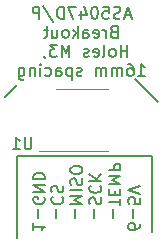
<source format=gbr>
%TF.GenerationSoftware,KiCad,Pcbnew,(5.99.0-9885-g7a8abcadd2)*%
%TF.CreationDate,2021-05-15T19:58:37-05:00*%
%TF.ProjectId,small as5047 encoder breakout,736d616c-6c20-4617-9335-30343720656e,rev?*%
%TF.SameCoordinates,Original*%
%TF.FileFunction,Legend,Bot*%
%TF.FilePolarity,Positive*%
%FSLAX46Y46*%
G04 Gerber Fmt 4.6, Leading zero omitted, Abs format (unit mm)*
G04 Created by KiCad (PCBNEW (5.99.0-9885-g7a8abcadd2)) date 2021-05-15 19:58:37*
%MOMM*%
%LPD*%
G01*
G04 APERTURE LIST*
%ADD10C,0.150000*%
%ADD11C,0.200000*%
%ADD12C,0.120000*%
G04 APERTURE END LIST*
D10*
X145000000Y-81500000D02*
X143000000Y-79500000D01*
X144500000Y-86000000D02*
X144500000Y-92500000D01*
X133000000Y-86000000D02*
X144500000Y-86000000D01*
X132000000Y-81000000D02*
X133000000Y-80000000D01*
X133000000Y-93000000D02*
X133000000Y-86000000D01*
D11*
X142642857Y-74126666D02*
X142166666Y-74126666D01*
X142738095Y-74412380D02*
X142404761Y-73412380D01*
X142071428Y-74412380D01*
X141785714Y-74364761D02*
X141642857Y-74412380D01*
X141404761Y-74412380D01*
X141309523Y-74364761D01*
X141261904Y-74317142D01*
X141214285Y-74221904D01*
X141214285Y-74126666D01*
X141261904Y-74031428D01*
X141309523Y-73983809D01*
X141404761Y-73936190D01*
X141595238Y-73888571D01*
X141690476Y-73840952D01*
X141738095Y-73793333D01*
X141785714Y-73698095D01*
X141785714Y-73602857D01*
X141738095Y-73507619D01*
X141690476Y-73460000D01*
X141595238Y-73412380D01*
X141357142Y-73412380D01*
X141214285Y-73460000D01*
X140309523Y-73412380D02*
X140785714Y-73412380D01*
X140833333Y-73888571D01*
X140785714Y-73840952D01*
X140690476Y-73793333D01*
X140452380Y-73793333D01*
X140357142Y-73840952D01*
X140309523Y-73888571D01*
X140261904Y-73983809D01*
X140261904Y-74221904D01*
X140309523Y-74317142D01*
X140357142Y-74364761D01*
X140452380Y-74412380D01*
X140690476Y-74412380D01*
X140785714Y-74364761D01*
X140833333Y-74317142D01*
X139642857Y-73412380D02*
X139547619Y-73412380D01*
X139452380Y-73460000D01*
X139404761Y-73507619D01*
X139357142Y-73602857D01*
X139309523Y-73793333D01*
X139309523Y-74031428D01*
X139357142Y-74221904D01*
X139404761Y-74317142D01*
X139452380Y-74364761D01*
X139547619Y-74412380D01*
X139642857Y-74412380D01*
X139738095Y-74364761D01*
X139785714Y-74317142D01*
X139833333Y-74221904D01*
X139880952Y-74031428D01*
X139880952Y-73793333D01*
X139833333Y-73602857D01*
X139785714Y-73507619D01*
X139738095Y-73460000D01*
X139642857Y-73412380D01*
X138452380Y-73745714D02*
X138452380Y-74412380D01*
X138690476Y-73364761D02*
X138928571Y-74079047D01*
X138309523Y-74079047D01*
X138023809Y-73412380D02*
X137357142Y-73412380D01*
X137785714Y-74412380D01*
X136976190Y-74412380D02*
X136976190Y-73412380D01*
X136738095Y-73412380D01*
X136595238Y-73460000D01*
X136500000Y-73555238D01*
X136452380Y-73650476D01*
X136404761Y-73840952D01*
X136404761Y-73983809D01*
X136452380Y-74174285D01*
X136500000Y-74269523D01*
X136595238Y-74364761D01*
X136738095Y-74412380D01*
X136976190Y-74412380D01*
X135261904Y-73364761D02*
X136119047Y-74650476D01*
X134928571Y-74412380D02*
X134928571Y-73412380D01*
X134547619Y-73412380D01*
X134452380Y-73460000D01*
X134404761Y-73507619D01*
X134357142Y-73602857D01*
X134357142Y-73745714D01*
X134404761Y-73840952D01*
X134452380Y-73888571D01*
X134547619Y-73936190D01*
X134928571Y-73936190D01*
X141214285Y-75498571D02*
X141071428Y-75546190D01*
X141023809Y-75593809D01*
X140976190Y-75689047D01*
X140976190Y-75831904D01*
X141023809Y-75927142D01*
X141071428Y-75974761D01*
X141166666Y-76022380D01*
X141547619Y-76022380D01*
X141547619Y-75022380D01*
X141214285Y-75022380D01*
X141119047Y-75070000D01*
X141071428Y-75117619D01*
X141023809Y-75212857D01*
X141023809Y-75308095D01*
X141071428Y-75403333D01*
X141119047Y-75450952D01*
X141214285Y-75498571D01*
X141547619Y-75498571D01*
X140547619Y-76022380D02*
X140547619Y-75355714D01*
X140547619Y-75546190D02*
X140500000Y-75450952D01*
X140452380Y-75403333D01*
X140357142Y-75355714D01*
X140261904Y-75355714D01*
X139547619Y-75974761D02*
X139642857Y-76022380D01*
X139833333Y-76022380D01*
X139928571Y-75974761D01*
X139976190Y-75879523D01*
X139976190Y-75498571D01*
X139928571Y-75403333D01*
X139833333Y-75355714D01*
X139642857Y-75355714D01*
X139547619Y-75403333D01*
X139500000Y-75498571D01*
X139500000Y-75593809D01*
X139976190Y-75689047D01*
X138642857Y-76022380D02*
X138642857Y-75498571D01*
X138690476Y-75403333D01*
X138785714Y-75355714D01*
X138976190Y-75355714D01*
X139071428Y-75403333D01*
X138642857Y-75974761D02*
X138738095Y-76022380D01*
X138976190Y-76022380D01*
X139071428Y-75974761D01*
X139119047Y-75879523D01*
X139119047Y-75784285D01*
X139071428Y-75689047D01*
X138976190Y-75641428D01*
X138738095Y-75641428D01*
X138642857Y-75593809D01*
X138166666Y-76022380D02*
X138166666Y-75022380D01*
X138071428Y-75641428D02*
X137785714Y-76022380D01*
X137785714Y-75355714D02*
X138166666Y-75736666D01*
X137214285Y-76022380D02*
X137309523Y-75974761D01*
X137357142Y-75927142D01*
X137404761Y-75831904D01*
X137404761Y-75546190D01*
X137357142Y-75450952D01*
X137309523Y-75403333D01*
X137214285Y-75355714D01*
X137071428Y-75355714D01*
X136976190Y-75403333D01*
X136928571Y-75450952D01*
X136880952Y-75546190D01*
X136880952Y-75831904D01*
X136928571Y-75927142D01*
X136976190Y-75974761D01*
X137071428Y-76022380D01*
X137214285Y-76022380D01*
X136023809Y-75355714D02*
X136023809Y-76022380D01*
X136452380Y-75355714D02*
X136452380Y-75879523D01*
X136404761Y-75974761D01*
X136309523Y-76022380D01*
X136166666Y-76022380D01*
X136071428Y-75974761D01*
X136023809Y-75927142D01*
X135690476Y-75355714D02*
X135309523Y-75355714D01*
X135547619Y-75022380D02*
X135547619Y-75879523D01*
X135500000Y-75974761D01*
X135404761Y-76022380D01*
X135309523Y-76022380D01*
X142380952Y-77632380D02*
X142380952Y-76632380D01*
X142380952Y-77108571D02*
X141809523Y-77108571D01*
X141809523Y-77632380D02*
X141809523Y-76632380D01*
X141190476Y-77632380D02*
X141285714Y-77584761D01*
X141333333Y-77537142D01*
X141380952Y-77441904D01*
X141380952Y-77156190D01*
X141333333Y-77060952D01*
X141285714Y-77013333D01*
X141190476Y-76965714D01*
X141047619Y-76965714D01*
X140952380Y-77013333D01*
X140904761Y-77060952D01*
X140857142Y-77156190D01*
X140857142Y-77441904D01*
X140904761Y-77537142D01*
X140952380Y-77584761D01*
X141047619Y-77632380D01*
X141190476Y-77632380D01*
X140285714Y-77632380D02*
X140380952Y-77584761D01*
X140428571Y-77489523D01*
X140428571Y-76632380D01*
X139523809Y-77584761D02*
X139619047Y-77632380D01*
X139809523Y-77632380D01*
X139904761Y-77584761D01*
X139952380Y-77489523D01*
X139952380Y-77108571D01*
X139904761Y-77013333D01*
X139809523Y-76965714D01*
X139619047Y-76965714D01*
X139523809Y-77013333D01*
X139476190Y-77108571D01*
X139476190Y-77203809D01*
X139952380Y-77299047D01*
X139095238Y-77584761D02*
X139000000Y-77632380D01*
X138809523Y-77632380D01*
X138714285Y-77584761D01*
X138666666Y-77489523D01*
X138666666Y-77441904D01*
X138714285Y-77346666D01*
X138809523Y-77299047D01*
X138952380Y-77299047D01*
X139047619Y-77251428D01*
X139095238Y-77156190D01*
X139095238Y-77108571D01*
X139047619Y-77013333D01*
X138952380Y-76965714D01*
X138809523Y-76965714D01*
X138714285Y-77013333D01*
X137476190Y-77632380D02*
X137476190Y-76632380D01*
X137142857Y-77346666D01*
X136809523Y-76632380D01*
X136809523Y-77632380D01*
X136428571Y-76632380D02*
X135809523Y-76632380D01*
X136142857Y-77013333D01*
X136000000Y-77013333D01*
X135904761Y-77060952D01*
X135857142Y-77108571D01*
X135809523Y-77203809D01*
X135809523Y-77441904D01*
X135857142Y-77537142D01*
X135904761Y-77584761D01*
X136000000Y-77632380D01*
X136285714Y-77632380D01*
X136380952Y-77584761D01*
X136428571Y-77537142D01*
X135333333Y-77584761D02*
X135333333Y-77632380D01*
X135380952Y-77727619D01*
X135428571Y-77775238D01*
X143285714Y-79242380D02*
X143857142Y-79242380D01*
X143571428Y-79242380D02*
X143571428Y-78242380D01*
X143666666Y-78385238D01*
X143761904Y-78480476D01*
X143857142Y-78528095D01*
X142428571Y-78242380D02*
X142619047Y-78242380D01*
X142714285Y-78290000D01*
X142761904Y-78337619D01*
X142857142Y-78480476D01*
X142904761Y-78670952D01*
X142904761Y-79051904D01*
X142857142Y-79147142D01*
X142809523Y-79194761D01*
X142714285Y-79242380D01*
X142523809Y-79242380D01*
X142428571Y-79194761D01*
X142380952Y-79147142D01*
X142333333Y-79051904D01*
X142333333Y-78813809D01*
X142380952Y-78718571D01*
X142428571Y-78670952D01*
X142523809Y-78623333D01*
X142714285Y-78623333D01*
X142809523Y-78670952D01*
X142857142Y-78718571D01*
X142904761Y-78813809D01*
X141904761Y-79242380D02*
X141904761Y-78575714D01*
X141904761Y-78670952D02*
X141857142Y-78623333D01*
X141761904Y-78575714D01*
X141619047Y-78575714D01*
X141523809Y-78623333D01*
X141476190Y-78718571D01*
X141476190Y-79242380D01*
X141476190Y-78718571D02*
X141428571Y-78623333D01*
X141333333Y-78575714D01*
X141190476Y-78575714D01*
X141095238Y-78623333D01*
X141047619Y-78718571D01*
X141047619Y-79242380D01*
X140571428Y-79242380D02*
X140571428Y-78575714D01*
X140571428Y-78670952D02*
X140523809Y-78623333D01*
X140428571Y-78575714D01*
X140285714Y-78575714D01*
X140190476Y-78623333D01*
X140142857Y-78718571D01*
X140142857Y-79242380D01*
X140142857Y-78718571D02*
X140095238Y-78623333D01*
X140000000Y-78575714D01*
X139857142Y-78575714D01*
X139761904Y-78623333D01*
X139714285Y-78718571D01*
X139714285Y-79242380D01*
X138523809Y-79194761D02*
X138428571Y-79242380D01*
X138238095Y-79242380D01*
X138142857Y-79194761D01*
X138095238Y-79099523D01*
X138095238Y-79051904D01*
X138142857Y-78956666D01*
X138238095Y-78909047D01*
X138380952Y-78909047D01*
X138476190Y-78861428D01*
X138523809Y-78766190D01*
X138523809Y-78718571D01*
X138476190Y-78623333D01*
X138380952Y-78575714D01*
X138238095Y-78575714D01*
X138142857Y-78623333D01*
X137666666Y-78575714D02*
X137666666Y-79575714D01*
X137666666Y-78623333D02*
X137571428Y-78575714D01*
X137380952Y-78575714D01*
X137285714Y-78623333D01*
X137238095Y-78670952D01*
X137190476Y-78766190D01*
X137190476Y-79051904D01*
X137238095Y-79147142D01*
X137285714Y-79194761D01*
X137380952Y-79242380D01*
X137571428Y-79242380D01*
X137666666Y-79194761D01*
X136333333Y-79242380D02*
X136333333Y-78718571D01*
X136380952Y-78623333D01*
X136476190Y-78575714D01*
X136666666Y-78575714D01*
X136761904Y-78623333D01*
X136333333Y-79194761D02*
X136428571Y-79242380D01*
X136666666Y-79242380D01*
X136761904Y-79194761D01*
X136809523Y-79099523D01*
X136809523Y-79004285D01*
X136761904Y-78909047D01*
X136666666Y-78861428D01*
X136428571Y-78861428D01*
X136333333Y-78813809D01*
X135428571Y-79194761D02*
X135523809Y-79242380D01*
X135714285Y-79242380D01*
X135809523Y-79194761D01*
X135857142Y-79147142D01*
X135904761Y-79051904D01*
X135904761Y-78766190D01*
X135857142Y-78670952D01*
X135809523Y-78623333D01*
X135714285Y-78575714D01*
X135523809Y-78575714D01*
X135428571Y-78623333D01*
X135000000Y-79242380D02*
X135000000Y-78575714D01*
X135000000Y-78242380D02*
X135047619Y-78290000D01*
X135000000Y-78337619D01*
X134952380Y-78290000D01*
X135000000Y-78242380D01*
X135000000Y-78337619D01*
X134523809Y-78575714D02*
X134523809Y-79242380D01*
X134523809Y-78670952D02*
X134476190Y-78623333D01*
X134380952Y-78575714D01*
X134238095Y-78575714D01*
X134142857Y-78623333D01*
X134095238Y-78718571D01*
X134095238Y-79242380D01*
X133190476Y-78575714D02*
X133190476Y-79385238D01*
X133238095Y-79480476D01*
X133285714Y-79528095D01*
X133380952Y-79575714D01*
X133523809Y-79575714D01*
X133619047Y-79528095D01*
X133190476Y-79194761D02*
X133285714Y-79242380D01*
X133476190Y-79242380D01*
X133571428Y-79194761D01*
X133619047Y-79147142D01*
X133666666Y-79051904D01*
X133666666Y-78766190D01*
X133619047Y-78670952D01*
X133571428Y-78623333D01*
X133476190Y-78575714D01*
X133285714Y-78575714D01*
X133190476Y-78623333D01*
X141163571Y-91307500D02*
X141163571Y-90545595D01*
X141782619Y-90212261D02*
X141782619Y-89640833D01*
X140782619Y-89926547D02*
X141782619Y-89926547D01*
X141306428Y-89307500D02*
X141306428Y-88974166D01*
X140782619Y-88831309D02*
X140782619Y-89307500D01*
X141782619Y-89307500D01*
X141782619Y-88831309D01*
X140782619Y-88402738D02*
X141782619Y-88402738D01*
X141068333Y-88069404D01*
X141782619Y-87736071D01*
X140782619Y-87736071D01*
X140782619Y-87259880D02*
X141782619Y-87259880D01*
X141782619Y-86878928D01*
X141735000Y-86783690D01*
X141687380Y-86736071D01*
X141592142Y-86688452D01*
X141449285Y-86688452D01*
X141354047Y-86736071D01*
X141306428Y-86783690D01*
X141258809Y-86878928D01*
X141258809Y-87259880D01*
X139553571Y-91307500D02*
X139553571Y-90545595D01*
X139220238Y-90117023D02*
X139172619Y-89974166D01*
X139172619Y-89736071D01*
X139220238Y-89640833D01*
X139267857Y-89593214D01*
X139363095Y-89545595D01*
X139458333Y-89545595D01*
X139553571Y-89593214D01*
X139601190Y-89640833D01*
X139648809Y-89736071D01*
X139696428Y-89926547D01*
X139744047Y-90021785D01*
X139791666Y-90069404D01*
X139886904Y-90117023D01*
X139982142Y-90117023D01*
X140077380Y-90069404D01*
X140125000Y-90021785D01*
X140172619Y-89926547D01*
X140172619Y-89688452D01*
X140125000Y-89545595D01*
X139267857Y-88545595D02*
X139220238Y-88593214D01*
X139172619Y-88736071D01*
X139172619Y-88831309D01*
X139220238Y-88974166D01*
X139315476Y-89069404D01*
X139410714Y-89117023D01*
X139601190Y-89164642D01*
X139744047Y-89164642D01*
X139934523Y-89117023D01*
X140029761Y-89069404D01*
X140125000Y-88974166D01*
X140172619Y-88831309D01*
X140172619Y-88736071D01*
X140125000Y-88593214D01*
X140077380Y-88545595D01*
X139172619Y-88117023D02*
X140172619Y-88117023D01*
X139172619Y-87545595D02*
X139744047Y-87974166D01*
X140172619Y-87545595D02*
X139601190Y-88117023D01*
X137943571Y-91307500D02*
X137943571Y-90545595D01*
X137562619Y-90069404D02*
X138562619Y-90069404D01*
X137848333Y-89736071D01*
X138562619Y-89402738D01*
X137562619Y-89402738D01*
X137562619Y-88926547D02*
X138562619Y-88926547D01*
X137610238Y-88497976D02*
X137562619Y-88355119D01*
X137562619Y-88117023D01*
X137610238Y-88021785D01*
X137657857Y-87974166D01*
X137753095Y-87926547D01*
X137848333Y-87926547D01*
X137943571Y-87974166D01*
X137991190Y-88021785D01*
X138038809Y-88117023D01*
X138086428Y-88307500D01*
X138134047Y-88402738D01*
X138181666Y-88450357D01*
X138276904Y-88497976D01*
X138372142Y-88497976D01*
X138467380Y-88450357D01*
X138515000Y-88402738D01*
X138562619Y-88307500D01*
X138562619Y-88069404D01*
X138515000Y-87926547D01*
X138562619Y-87307500D02*
X138562619Y-87117023D01*
X138515000Y-87021785D01*
X138419761Y-86926547D01*
X138229285Y-86878928D01*
X137895952Y-86878928D01*
X137705476Y-86926547D01*
X137610238Y-87021785D01*
X137562619Y-87117023D01*
X137562619Y-87307500D01*
X137610238Y-87402738D01*
X137705476Y-87497976D01*
X137895952Y-87545595D01*
X138229285Y-87545595D01*
X138419761Y-87497976D01*
X138515000Y-87402738D01*
X138562619Y-87307500D01*
X136333571Y-91307500D02*
X136333571Y-90545595D01*
X136047857Y-89497976D02*
X136000238Y-89545595D01*
X135952619Y-89688452D01*
X135952619Y-89783690D01*
X136000238Y-89926547D01*
X136095476Y-90021785D01*
X136190714Y-90069404D01*
X136381190Y-90117023D01*
X136524047Y-90117023D01*
X136714523Y-90069404D01*
X136809761Y-90021785D01*
X136905000Y-89926547D01*
X136952619Y-89783690D01*
X136952619Y-89688452D01*
X136905000Y-89545595D01*
X136857380Y-89497976D01*
X136000238Y-89117023D02*
X135952619Y-88974166D01*
X135952619Y-88736071D01*
X136000238Y-88640833D01*
X136047857Y-88593214D01*
X136143095Y-88545595D01*
X136238333Y-88545595D01*
X136333571Y-88593214D01*
X136381190Y-88640833D01*
X136428809Y-88736071D01*
X136476428Y-88926547D01*
X136524047Y-89021785D01*
X136571666Y-89069404D01*
X136666904Y-89117023D01*
X136762142Y-89117023D01*
X136857380Y-89069404D01*
X136905000Y-89021785D01*
X136952619Y-88926547D01*
X136952619Y-88688452D01*
X136905000Y-88545595D01*
X143447619Y-91828333D02*
X143447619Y-92018809D01*
X143400000Y-92114047D01*
X143352380Y-92161666D01*
X143209523Y-92256904D01*
X143019047Y-92304523D01*
X142638095Y-92304523D01*
X142542857Y-92256904D01*
X142495238Y-92209285D01*
X142447619Y-92114047D01*
X142447619Y-91923571D01*
X142495238Y-91828333D01*
X142542857Y-91780714D01*
X142638095Y-91733095D01*
X142876190Y-91733095D01*
X142971428Y-91780714D01*
X143019047Y-91828333D01*
X143066666Y-91923571D01*
X143066666Y-92114047D01*
X143019047Y-92209285D01*
X142971428Y-92256904D01*
X142876190Y-92304523D01*
X142828571Y-91304523D02*
X142828571Y-90542619D01*
X143447619Y-89590238D02*
X143447619Y-90066428D01*
X142971428Y-90114047D01*
X143019047Y-90066428D01*
X143066666Y-89971190D01*
X143066666Y-89733095D01*
X143019047Y-89637857D01*
X142971428Y-89590238D01*
X142876190Y-89542619D01*
X142638095Y-89542619D01*
X142542857Y-89590238D01*
X142495238Y-89637857D01*
X142447619Y-89733095D01*
X142447619Y-89971190D01*
X142495238Y-90066428D01*
X142542857Y-90114047D01*
X143447619Y-89256904D02*
X142447619Y-88923571D01*
X143447619Y-88590238D01*
X134397619Y-91733095D02*
X134397619Y-92304523D01*
X134397619Y-92018809D02*
X135397619Y-92018809D01*
X135254761Y-92114047D01*
X135159523Y-92209285D01*
X135111904Y-92304523D01*
X134778571Y-91304523D02*
X134778571Y-90542619D01*
X135350000Y-89542619D02*
X135397619Y-89637857D01*
X135397619Y-89780714D01*
X135350000Y-89923571D01*
X135254761Y-90018809D01*
X135159523Y-90066428D01*
X134969047Y-90114047D01*
X134826190Y-90114047D01*
X134635714Y-90066428D01*
X134540476Y-90018809D01*
X134445238Y-89923571D01*
X134397619Y-89780714D01*
X134397619Y-89685476D01*
X134445238Y-89542619D01*
X134492857Y-89495000D01*
X134826190Y-89495000D01*
X134826190Y-89685476D01*
X134397619Y-89066428D02*
X135397619Y-89066428D01*
X134397619Y-88495000D01*
X135397619Y-88495000D01*
X134397619Y-88018809D02*
X135397619Y-88018809D01*
X135397619Y-87780714D01*
X135350000Y-87637857D01*
X135254761Y-87542619D01*
X135159523Y-87495000D01*
X134969047Y-87447380D01*
X134826190Y-87447380D01*
X134635714Y-87495000D01*
X134540476Y-87542619D01*
X134445238Y-87637857D01*
X134397619Y-87780714D01*
X134397619Y-88018809D01*
D10*
%TO.C,U1*%
X134261904Y-84452380D02*
X134261904Y-85261904D01*
X134214285Y-85357142D01*
X134166666Y-85404761D01*
X134071428Y-85452380D01*
X133880952Y-85452380D01*
X133785714Y-85404761D01*
X133738095Y-85357142D01*
X133690476Y-85261904D01*
X133690476Y-84452380D01*
X132690476Y-85452380D02*
X133261904Y-85452380D01*
X132976190Y-85452380D02*
X132976190Y-84452380D01*
X133071428Y-84595238D01*
X133166666Y-84690476D01*
X133261904Y-84738095D01*
D12*
X138500000Y-80390000D02*
X136300000Y-80390000D01*
X138500000Y-80390000D02*
X140700000Y-80390000D01*
X138500000Y-85610000D02*
X140700000Y-85610000D01*
X138500000Y-85610000D02*
X134900000Y-85610000D01*
%TD*%
M02*

</source>
